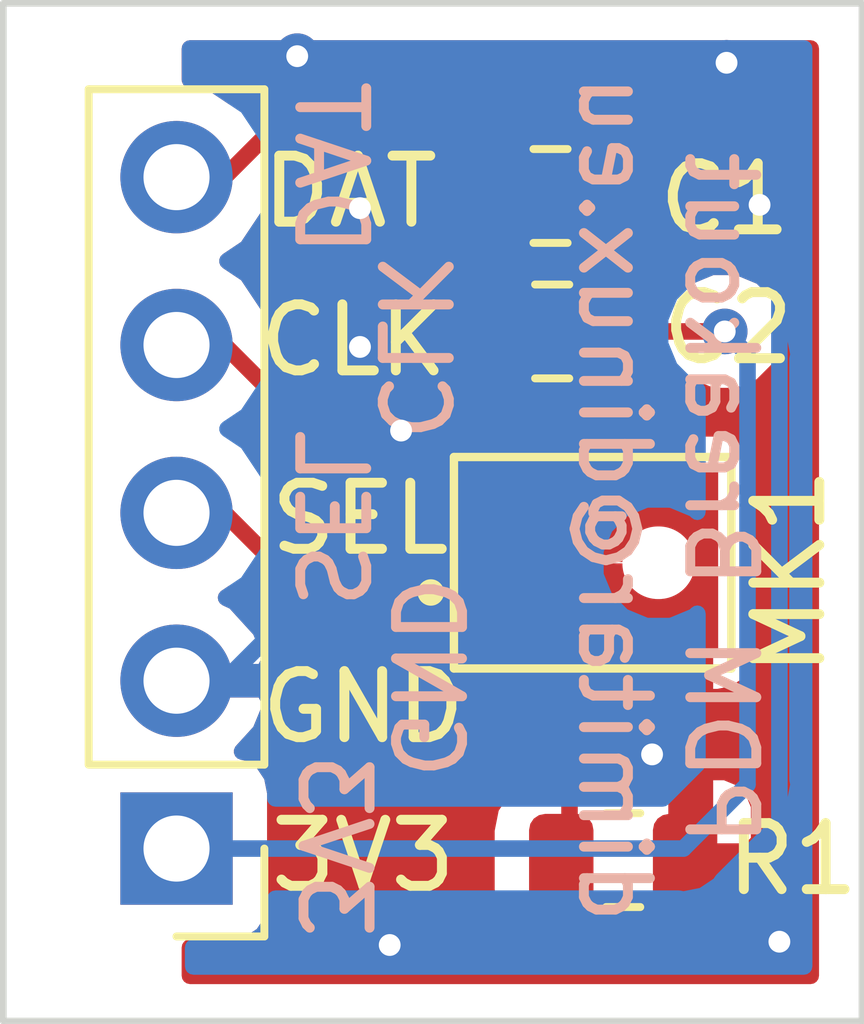
<source format=kicad_pcb>
(kicad_pcb (version 20171130) (host pcbnew 5.0.2+dfsg1-1)

  (general
    (thickness 1.6)
    (drawings 15)
    (tracks 74)
    (zones 0)
    (modules 5)
    (nets 6)
  )

  (page A4)
  (layers
    (0 F.Cu signal hide)
    (31 B.Cu signal hide)
    (32 B.Adhes user)
    (33 F.Adhes user)
    (34 B.Paste user)
    (35 F.Paste user)
    (36 B.SilkS user)
    (37 F.SilkS user)
    (38 B.Mask user)
    (39 F.Mask user)
    (40 Dwgs.User user)
    (41 Cmts.User user)
    (42 Eco1.User user)
    (43 Eco2.User user)
    (44 Edge.Cuts user)
    (45 Margin user)
    (46 B.CrtYd user)
    (47 F.CrtYd user)
    (48 B.Fab user)
    (49 F.Fab user)
  )

  (setup
    (last_trace_width 0.25)
    (trace_clearance 0.2)
    (zone_clearance 0.508)
    (zone_45_only no)
    (trace_min 0.2)
    (segment_width 0.2)
    (edge_width 0.1)
    (via_size 0.69)
    (via_drill 0.33)
    (via_min_size 0.51)
    (via_min_drill 0.3)
    (uvia_size 0.69)
    (uvia_drill 0.33)
    (uvias_allowed no)
    (uvia_min_size 0.2)
    (uvia_min_drill 0.1)
    (pcb_text_width 0.3)
    (pcb_text_size 1.5 1.5)
    (mod_edge_width 0.15)
    (mod_text_size 1 1)
    (mod_text_width 0.15)
    (pad_size 1.7 1.7)
    (pad_drill 1)
    (pad_to_mask_clearance 0)
    (solder_mask_min_width 0.25)
    (aux_axis_origin 0 0)
    (visible_elements FFFFFF7F)
    (pcbplotparams
      (layerselection 0x030ff_ffffffff)
      (usegerberextensions false)
      (usegerberattributes false)
      (usegerberadvancedattributes false)
      (creategerberjobfile false)
      (excludeedgelayer true)
      (linewidth 0.100000)
      (plotframeref false)
      (viasonmask false)
      (mode 1)
      (useauxorigin false)
      (hpglpennumber 1)
      (hpglpenspeed 20)
      (hpglpendiameter 15.000000)
      (psnegative false)
      (psa4output false)
      (plotreference true)
      (plotvalue true)
      (plotinvisibletext false)
      (padsonsilk false)
      (subtractmaskfromsilk false)
      (outputformat 1)
      (mirror false)
      (drillshape 0)
      (scaleselection 1)
      (outputdirectory "gerbers"))
  )

  (net 0 "")
  (net 1 /3V3)
  (net 2 /GND)
  (net 3 /SEL)
  (net 4 /CLK)
  (net 5 /DAT)

  (net_class Default "Това е клас на веригите при отсъствие."
    (clearance 0.2)
    (trace_width 0.25)
    (via_dia 0.69)
    (via_drill 0.33)
    (uvia_dia 0.69)
    (uvia_drill 0.33)
    (add_net /3V3)
    (add_net /CLK)
    (add_net /DAT)
    (add_net /GND)
    (add_net /SEL)
  )

  (module inmp621-footprint:MK_INMP621 (layer F.Cu) (tedit 5E0A1FE7) (tstamp 5E15A32A)
    (at 58.472543 60.965606)
    (path /5E09082C)
    (fp_text reference MK1 (at 2.977457 0.134394 270) (layer F.SilkS)
      (effects (font (size 1 1) (thickness 0.15)))
    )
    (fp_text value INMP621 (at 3.15 -0.3 -90) (layer F.Fab)
      (effects (font (size 1.001724 1.001724) (thickness 0.015)))
    )
    (fp_poly (pts (xy 0 -1.05) (xy 0 1.05) (xy 0 1.4)) (layer F.Cu) (width 0.0001))
    (fp_poly (pts (xy -0.499642 0.25) (xy -0.201 0.25) (xy -0.201 0.648837) (xy -0.499642 0.648837)) (layer F.Paste) (width 0.01))
    (fp_poly (pts (xy -1.2016 -0.65) (xy -0.901 -0.65) (xy -0.901 -0.252545) (xy -1.2016 -0.252545)) (layer F.Paste) (width 0.01))
    (fp_poly (pts (xy -0.501443 -0.65) (xy -0.201 -0.65) (xy -0.201 -0.253233) (xy -0.501443 -0.253233)) (layer F.Paste) (width 0.01))
    (fp_poly (pts (xy -1.20296 0.25) (xy -0.901 0.25) (xy -0.901 0.65014) (xy -1.20296 0.65014)) (layer F.Paste) (width 0.01))
    (fp_poly (pts (xy 1.35476 -1.349) (xy 1.849 -1.349) (xy 1.849 -1.10407) (xy 1.35476 -1.10407)) (layer F.Paste) (width 0.01))
    (fp_poly (pts (xy -1.85268 1.101) (xy -1.6 1.101) (xy -1.6 1.35169) (xy -1.85268 1.35169)) (layer F.Paste) (width 0.01))
    (fp_poly (pts (xy -1.85432 -1.349) (xy -1.6 -1.349) (xy -1.6 -1.10417) (xy -1.85432 -1.10417)) (layer F.Paste) (width 0.01))
    (fp_poly (pts (xy 0.1 -1.349) (xy 0.649 -1.349) (xy 0.649 -1.10636) (xy 0.1 -1.10636)) (layer F.Paste) (width 0.01))
    (fp_poly (pts (xy 0.1 1.101) (xy 0.649 1.101) (xy 0.649 1.35208) (xy 0.1 1.35208)) (layer F.Paste) (width 0.01))
    (fp_poly (pts (xy 1.35441 1.101) (xy 1.849 1.101) (xy 1.849 1.35241) (xy 1.35441 1.35241)) (layer F.Paste) (width 0.01))
    (fp_poly (pts (xy 0.235 -0.181) (xy 0.238141 -0.194634) (xy 0.247358 -0.227869) (xy 0.258015 -0.260671)
      (xy 0.270094 -0.292977) (xy 0.28357 -0.324725) (xy 0.298418 -0.355855) (xy 0.31461 -0.386308)
      (xy 0.332115 -0.416026) (xy 0.3509 -0.444952) (xy 0.370928 -0.47303) (xy 0.392162 -0.500209)
      (xy 0.414561 -0.526435) (xy 0.438083 -0.55166) (xy 0.462683 -0.575834) (xy 0.488314 -0.598913)
      (xy 0.514927 -0.620851) (xy 0.542472 -0.641608) (xy 0.570896 -0.661143) (xy 0.600145 -0.67942)
      (xy 0.630164 -0.696404) (xy 0.660895 -0.712062) (xy 0.692279 -0.726365) (xy 0.724257 -0.739285)
      (xy 0.756769 -0.750798) (xy 0.789752 -0.760882) (xy 0.823143 -0.769518) (xy 0.85688 -0.776689)
      (xy 0.890896 -0.782382) (xy 0.925129 -0.786585) (xy 0.959513 -0.789291) (xy 0.98 -0.79)
      (xy 0.980801 -0.790172) (xy 0.983926 -0.790776) (xy 0.987063 -0.791321) (xy 0.990208 -0.791808)
      (xy 0.993363 -0.792237) (xy 0.996525 -0.792606) (xy 0.999693 -0.792917) (xy 1.002866 -0.793168)
      (xy 1.006044 -0.793361) (xy 1.009224 -0.793494) (xy 1.012407 -0.793568) (xy 1.01559 -0.793583)
      (xy 1.018773 -0.793539) (xy 1.021954 -0.793435) (xy 1.025134 -0.793272) (xy 1.028309 -0.79305)
      (xy 1.03148 -0.792769) (xy 1.034645 -0.792429) (xy 1.037803 -0.79203) (xy 1.040954 -0.791572)
      (xy 1.044095 -0.791056) (xy 1.047226 -0.790481) (xy 1.050346 -0.789848) (xy 1.053453 -0.789158)
      (xy 1.056547 -0.788409) (xy 1.059627 -0.787603) (xy 1.062691 -0.78674) (xy 1.065738 -0.78582)
      (xy 1.068768 -0.784843) (xy 1.071779 -0.78381) (xy 1.074 -0.783) (xy 1.026 -0.586)
      (xy 1.025707 -0.586095) (xy 1.024859 -0.586349) (xy 1.024005 -0.586583) (xy 1.023146 -0.586798)
      (xy 1.022283 -0.586992) (xy 1.021415 -0.587166) (xy 1.020543 -0.587319) (xy 1.019668 -0.587453)
      (xy 1.01879 -0.587566) (xy 1.01791 -0.587658) (xy 1.017027 -0.58773) (xy 1.016144 -0.587782)
      (xy 1.015259 -0.587813) (xy 1.014374 -0.587823) (xy 1.013489 -0.587813) (xy 1.012604 -0.587782)
      (xy 1.01172 -0.58773) (xy 1.010838 -0.587658) (xy 1.009958 -0.587566) (xy 1.00908 -0.587453)
      (xy 1.008204 -0.587319) (xy 1.007333 -0.587166) (xy 1.006465 -0.586992) (xy 1.005601 -0.586798)
      (xy 1.004742 -0.586583) (xy 1.003888 -0.586349) (xy 1.00304 -0.586095) (xy 1.002199 -0.585822)
      (xy 1.001363 -0.585529) (xy 1.000535 -0.585216) (xy 1 -0.585) (xy 0.983293 -0.585309)
      (xy 0.958696 -0.584665) (xy 0.93415 -0.582949) (xy 0.909703 -0.580163) (xy 0.885401 -0.576314)
      (xy 0.861289 -0.571409) (xy 0.837415 -0.565456) (xy 0.813822 -0.558468) (xy 0.790557 -0.550457)
      (xy 0.767664 -0.54144) (xy 0.745186 -0.531432) (xy 0.723166 -0.520453) (xy 0.701645 -0.508524)
      (xy 0.680666 -0.495668) (xy 0.660267 -0.481909) (xy 0.640487 -0.467273) (xy 0.621365 -0.451788)
      (xy 0.602937 -0.435484) (xy 0.585237 -0.418392) (xy 0.5683 -0.400544) (xy 0.552157 -0.381974)
      (xy 0.53684 -0.362718) (xy 0.522377 -0.342812) (xy 0.508797 -0.322293) (xy 0.496124 -0.301203)
      (xy 0.484383 -0.279579) (xy 0.473597 -0.257464) (xy 0.463785 -0.234899) (xy 0.454967 -0.211928)
      (xy 0.44716 -0.188594) (xy 0.445 -0.181) (xy 0.235 -0.181)) (layer F.Paste) (width 0.0001))
    (fp_poly (pts (xy 0.235 0.181) (xy 0.238141 0.194634) (xy 0.247358 0.227869) (xy 0.258015 0.260671)
      (xy 0.270094 0.292977) (xy 0.28357 0.324725) (xy 0.298418 0.355855) (xy 0.31461 0.386308)
      (xy 0.332115 0.416026) (xy 0.3509 0.444952) (xy 0.370928 0.47303) (xy 0.392162 0.500209)
      (xy 0.414561 0.526435) (xy 0.438083 0.55166) (xy 0.462683 0.575834) (xy 0.488314 0.598913)
      (xy 0.514927 0.620851) (xy 0.542472 0.641608) (xy 0.570896 0.661143) (xy 0.600145 0.67942)
      (xy 0.630164 0.696404) (xy 0.660895 0.712062) (xy 0.692279 0.726365) (xy 0.724257 0.739285)
      (xy 0.756769 0.750798) (xy 0.789752 0.760882) (xy 0.823143 0.769518) (xy 0.85688 0.776689)
      (xy 0.890896 0.782382) (xy 0.925129 0.786585) (xy 0.959513 0.789291) (xy 0.98 0.79)
      (xy 0.980311 0.790113) (xy 0.981271 0.790443) (xy 0.982238 0.790754) (xy 0.98321 0.791048)
      (xy 0.984187 0.791323) (xy 0.985169 0.79158) (xy 0.986156 0.791819) (xy 0.987147 0.792039)
      (xy 0.988143 0.792241) (xy 0.989141 0.792425) (xy 0.990143 0.792589) (xy 0.991148 0.792735)
      (xy 0.992155 0.792862) (xy 0.993165 0.792971) (xy 0.994176 0.793061) (xy 0.995189 0.793131)
      (xy 0.996203 0.793183) (xy 0.997218 0.793217) (xy 0.998234 0.793231) (xy 0.999249 0.793226)
      (xy 1.000264 0.793202) (xy 1.001279 0.79316) (xy 1.002292 0.793098) (xy 1.003304 0.793018)
      (xy 1.004315 0.792919) (xy 1.005323 0.792801) (xy 1.00633 0.792665) (xy 1.007333 0.792509)
      (xy 1.008333 0.792335) (xy 1.00933 0.792143) (xy 1.01 0.792) (xy 1 0.586)
      (xy 0.999994 0.585984) (xy 0.999983 0.585952) (xy 0.999973 0.585919) (xy 0.999964 0.585887)
      (xy 0.999955 0.585854) (xy 0.999947 0.585821) (xy 0.99994 0.585787) (xy 0.999934 0.585754)
      (xy 0.999928 0.58572) (xy 0.999924 0.585687) (xy 0.99992 0.585653) (xy 0.999917 0.585619)
      (xy 0.999914 0.585585) (xy 0.999913 0.585551) (xy 0.999912 0.585517) (xy 0.999912 0.585483)
      (xy 0.999913 0.585449) (xy 0.999914 0.585415) (xy 0.999917 0.585381) (xy 0.99992 0.585347)
      (xy 0.999924 0.585313) (xy 0.999928 0.58528) (xy 0.999934 0.585246) (xy 0.99994 0.585213)
      (xy 0.999947 0.585179) (xy 0.999955 0.585146) (xy 0.999964 0.585113) (xy 0.999973 0.585081)
      (xy 0.999983 0.585048) (xy 0.999994 0.585016) (xy 1 0.585) (xy 0.983293 0.585309)
      (xy 0.958696 0.584665) (xy 0.93415 0.582949) (xy 0.909703 0.580163) (xy 0.885401 0.576314)
      (xy 0.861289 0.571409) (xy 0.837415 0.565456) (xy 0.813822 0.558468) (xy 0.790557 0.550457)
      (xy 0.767664 0.54144) (xy 0.745186 0.531432) (xy 0.723166 0.520453) (xy 0.701645 0.508524)
      (xy 0.680666 0.495668) (xy 0.660267 0.481909) (xy 0.640487 0.467273) (xy 0.621365 0.451788)
      (xy 0.602937 0.435484) (xy 0.585237 0.418392) (xy 0.5683 0.400544) (xy 0.552157 0.381974)
      (xy 0.53684 0.362718) (xy 0.522377 0.342812) (xy 0.508797 0.322293) (xy 0.496124 0.301203)
      (xy 0.484383 0.279579) (xy 0.473597 0.257464) (xy 0.463785 0.234899) (xy 0.454967 0.211928)
      (xy 0.44716 0.188594) (xy 0.445 0.181) (xy 0.235 0.181)) (layer F.Paste) (width 0.0001))
    (fp_poly (pts (xy -1.85629 -0.749) (xy -1.601 -0.749) (xy -1.601 0.75195) (xy -1.85629 0.75195)) (layer F.Paste) (width 0.01))
    (fp_poly (pts (xy -2.00656 -1.5) (xy -1.45 -1.5) (xy -1.45 1.50492) (xy -2.00656 1.50492)) (layer F.Mask) (width 0.01))
    (fp_poly (pts (xy 0 0.95) (xy 2 0.95) (xy 2 1.50594) (xy 0 1.50594)) (layer F.Mask) (width 0.01))
    (fp_poly (pts (xy 0 -1.5) (xy 2 -1.5) (xy 2 -0.953624) (xy 0 -0.953624)) (layer F.Mask) (width 0.01))
    (fp_poly (pts (xy 0.100383 -0.95) (xy 2 -0.95) (xy 2 0.953633) (xy 0.100383 0.953633)) (layer F.Mask) (width 0.01))
    (fp_line (start -2 -1.5) (end 2 -1.5) (layer F.Fab) (width 0.127))
    (fp_line (start 2 -1.5) (end 2 1.5) (layer F.Fab) (width 0.127))
    (fp_line (start 2 1.5) (end -2 1.5) (layer F.Fab) (width 0.127))
    (fp_line (start -2 1.5) (end -2 -1.5) (layer F.Fab) (width 0.127))
    (fp_circle (center -2.45 0.45) (end -2.35 0.45) (layer F.SilkS) (width 0.2))
    (fp_line (start -2.1 -1.6) (end 2.1 -1.6) (layer F.SilkS) (width 0.127))
    (fp_line (start 2.1 -1.6) (end 2.1 1.6) (layer F.SilkS) (width 0.127))
    (fp_line (start 2.1 1.6) (end -2.1 1.6) (layer F.SilkS) (width 0.127))
    (fp_line (start -2.1 1.6) (end -2.1 -1.6) (layer F.SilkS) (width 0.127))
    (fp_line (start -2.25 -1.75) (end 2.25 -1.75) (layer F.CrtYd) (width 0.05))
    (fp_line (start 2.25 -1.75) (end 2.25 1.75) (layer F.CrtYd) (width 0.05))
    (fp_line (start 2.25 1.75) (end -2.25 1.75) (layer F.CrtYd) (width 0.05))
    (fp_line (start -2.25 1.75) (end -2.25 -1.75) (layer F.CrtYd) (width 0.05))
    (fp_poly (pts (xy 1.849 -0.749) (xy 1.849 0.749) (xy 1.474 0.749) (xy 1.345 0.472)
      (xy 1.356976 0.463315) (xy 1.38571 0.439488) (xy 1.412862 0.413872) (xy 1.43832 0.386573)
      (xy 1.461979 0.357701) (xy 1.483744 0.327375) (xy 1.503525 0.29572) (xy 1.521241 0.262864)
      (xy 1.53682 0.228943) (xy 1.550198 0.194094) (xy 1.561319 0.158462) (xy 1.570139 0.122191)
      (xy 1.576621 0.085431) (xy 1.580739 0.048331) (xy 1.582476 0.011043) (xy 1.581825 -0.026279)
      (xy 1.578789 -0.063483) (xy 1.573379 -0.100416) (xy 1.565619 -0.136928) (xy 1.555539 -0.172869)
      (xy 1.543182 -0.208092) (xy 1.528597 -0.242453) (xy 1.511845 -0.27581) (xy 1.492993 -0.308028)
      (xy 1.47212 -0.338975) (xy 1.449311 -0.368523) (xy 1.424659 -0.396552) (xy 1.398264 -0.422947)
      (xy 1.370236 -0.4476) (xy 1.340688 -0.47041) (xy 1.322 -0.483) (xy 1.323 -0.484)
      (xy 1.474 -0.749) (xy 1.849 -0.749)) (layer F.Paste) (width 0.001))
    (fp_poly (pts (xy 0.15 -0.01) (xy 0.15 -0.031991) (xy 0.152302 -0.075923) (xy 0.1569 -0.119675)
      (xy 0.163782 -0.163125) (xy 0.172928 -0.206156) (xy 0.184314 -0.24865) (xy 0.197908 -0.290489)
      (xy 0.213673 -0.33156) (xy 0.231566 -0.371749) (xy 0.251538 -0.410946) (xy 0.273534 -0.449045)
      (xy 0.297494 -0.48594) (xy 0.323352 -0.521531) (xy 0.351037 -0.555719) (xy 0.380473 -0.588412)
      (xy 0.41158 -0.61952) (xy 0.444273 -0.648957) (xy 0.478461 -0.676642) (xy 0.514052 -0.7025)
      (xy 0.550947 -0.726461) (xy 0.589045 -0.748457) (xy 0.628242 -0.768429) (xy 0.668431 -0.786323)
      (xy 0.709501 -0.802088) (xy 0.751341 -0.815683) (xy 0.793834 -0.827069) (xy 0.836865 -0.836216)
      (xy 0.880315 -0.843098) (xy 0.924067 -0.847697) (xy 0.967999 -0.85) (xy 0.99 -0.85)
      (xy 1 -0.85) (xy 1.012057 -0.850013) (xy 1.026694 -0.849758) (xy 1.041324 -0.849247)
      (xy 1.055943 -0.848481) (xy 1.070547 -0.84746) (xy 1.08513 -0.846184) (xy 1.099689 -0.844654)
      (xy 1.114219 -0.842869) (xy 1.128716 -0.840832) (xy 1.143175 -0.838542) (xy 1.157592 -0.836)
      (xy 1.171962 -0.833207) (xy 1.186281 -0.830163) (xy 1.200545 -0.82687) (xy 1.21475 -0.823328)
      (xy 1.22889 -0.819539) (xy 1.242962 -0.815504) (xy 1.256962 -0.811224) (xy 1.270885 -0.8067)
      (xy 1.284726 -0.801934) (xy 1.298483 -0.796928) (xy 1.312149 -0.791681) (xy 1.325723 -0.786197)
      (xy 1.339198 -0.780477) (xy 1.352572 -0.774523) (xy 1.365839 -0.768336) (xy 1.378997 -0.761919)
      (xy 1.392041 -0.755273) (xy 1.404966 -0.7484) (xy 1.41777 -0.741303) (xy 1.42 -0.74)
      (xy 1.45 -0.74) (xy 1.45325 -0.740169) (xy 1.458725 -0.740745) (xy 1.464162 -0.741606)
      (xy 1.469547 -0.74275) (xy 1.474865 -0.744175) (xy 1.480101 -0.745876) (xy 1.48524 -0.747849)
      (xy 1.49027 -0.750088) (xy 1.495175 -0.752588) (xy 1.499943 -0.75534) (xy 1.50456 -0.758339)
      (xy 1.509014 -0.761575) (xy 1.513292 -0.765039) (xy 1.517383 -0.768723) (xy 1.521276 -0.772616)
      (xy 1.52496 -0.776707) (xy 1.528425 -0.780985) (xy 1.531661 -0.785439) (xy 1.534659 -0.790056)
      (xy 1.537412 -0.794824) (xy 1.539911 -0.799729) (xy 1.54215 -0.804758) (xy 1.544123 -0.809898)
      (xy 1.545825 -0.815134) (xy 1.547249 -0.820451) (xy 1.548394 -0.825836) (xy 1.549255 -0.831274)
      (xy 1.549831 -0.836749) (xy 1.550119 -0.842247) (xy 1.550119 -0.847752) (xy 1.55 -0.85)
      (xy 1.55 -1.05) (xy 0 -1.05) (xy 0 -1.1) (xy 0 -1.2)
      (xy 0 -1.4) (xy 1.9 -1.4) (xy 1.9 1.4) (xy 0 1.4)
      (xy 0 1.2) (xy 0 1.05) (xy 1.55 1.05) (xy 1.55 0.85)
      (xy 1.550119 0.847753) (xy 1.550119 0.842248) (xy 1.549831 0.83675) (xy 1.549255 0.831275)
      (xy 1.548394 0.825838) (xy 1.54725 0.820453) (xy 1.545825 0.815135) (xy 1.544124 0.809899)
      (xy 1.542151 0.80476) (xy 1.539912 0.79973) (xy 1.537412 0.794825) (xy 1.53466 0.790057)
      (xy 1.531661 0.78544) (xy 1.528425 0.780986) (xy 1.524961 0.776708) (xy 1.521277 0.772617)
      (xy 1.517384 0.768724) (xy 1.513293 0.76504) (xy 1.509015 0.761575) (xy 1.504561 0.758339)
      (xy 1.499944 0.755341) (xy 1.495176 0.752588) (xy 1.490271 0.750089) (xy 1.485242 0.74785)
      (xy 1.480102 0.745877) (xy 1.474866 0.744175) (xy 1.469549 0.742751) (xy 1.464164 0.741606)
      (xy 1.458726 0.740745) (xy 1.453251 0.740169) (xy 1.45 0.74) (xy 1.42 0.74)
      (xy 1.41777 0.741303) (xy 1.404967 0.7484) (xy 1.392041 0.755273) (xy 1.378997 0.761919)
      (xy 1.36584 0.768336) (xy 1.352572 0.774523) (xy 1.339199 0.780477) (xy 1.325723 0.786197)
      (xy 1.31215 0.791681) (xy 1.298483 0.796927) (xy 1.284727 0.801934) (xy 1.270885 0.8067)
      (xy 1.256962 0.811224) (xy 1.242963 0.815504) (xy 1.228891 0.819539) (xy 1.21475 0.823328)
      (xy 1.200546 0.82687) (xy 1.186282 0.830163) (xy 1.171962 0.833207) (xy 1.157592 0.836)
      (xy 1.143175 0.838542) (xy 1.128716 0.840832) (xy 1.11422 0.842869) (xy 1.09969 0.844654)
      (xy 1.085131 0.846184) (xy 1.070547 0.84746) (xy 1.055943 0.848481) (xy 1.041324 0.849247)
      (xy 1.026694 0.849758) (xy 1.012057 0.850013) (xy 1 0.85) (xy 0.99 0.85)
      (xy 0.968009 0.85) (xy 0.924077 0.847698) (xy 0.880325 0.8431) (xy 0.836875 0.836218)
      (xy 0.793844 0.827072) (xy 0.75135 0.815686) (xy 0.709511 0.802092) (xy 0.66844 0.786327)
      (xy 0.628251 0.768434) (xy 0.589054 0.748462) (xy 0.550955 0.726466) (xy 0.51406 0.702506)
      (xy 0.478469 0.676648) (xy 0.444281 0.648963) (xy 0.411588 0.619527) (xy 0.38048 0.58842)
      (xy 0.351043 0.555727) (xy 0.323358 0.521539) (xy 0.2975 0.485948) (xy 0.273539 0.449053)
      (xy 0.251543 0.410955) (xy 0.231571 0.371758) (xy 0.213677 0.331569) (xy 0.197912 0.290499)
      (xy 0.184317 0.248659) (xy 0.172931 0.206166) (xy 0.163784 0.163135) (xy 0.156902 0.119685)
      (xy 0.152303 0.075933) (xy 0.15 0.032001) (xy 0.15 0.01) (xy 0.45 0.01)
      (xy 0.45 0.024137) (xy 0.45148 0.052379) (xy 0.454436 0.080505) (xy 0.45886 0.108438)
      (xy 0.46474 0.136101) (xy 0.472059 0.163418) (xy 0.480798 0.190314) (xy 0.490933 0.216717)
      (xy 0.502436 0.242553) (xy 0.515275 0.267751) (xy 0.529415 0.292243) (xy 0.544818 0.315962)
      (xy 0.56144 0.338841) (xy 0.579238 0.36082) (xy 0.598161 0.381836) (xy 0.618159 0.401834)
      (xy 0.639175 0.420758) (xy 0.661154 0.438556) (xy 0.684033 0.455179) (xy 0.707751 0.470582)
      (xy 0.732243 0.484722) (xy 0.757441 0.497562) (xy 0.783277 0.509065) (xy 0.809679 0.5192)
      (xy 0.836576 0.527939) (xy 0.863893 0.535259) (xy 0.891556 0.541139) (xy 0.919489 0.545563)
      (xy 0.947614 0.54852) (xy 0.975856 0.55) (xy 0.99 0.55) (xy 1 0.55)
      (xy 1.014399 0.55) (xy 1.043164 0.548493) (xy 1.071811 0.545482) (xy 1.100261 0.540976)
      (xy 1.128436 0.534987) (xy 1.156259 0.527532) (xy 1.183654 0.518632) (xy 1.210545 0.508309)
      (xy 1.236859 0.496593) (xy 1.262524 0.483517) (xy 1.28747 0.469114) (xy 1.311627 0.453427)
      (xy 1.334931 0.436496) (xy 1.357316 0.418369) (xy 1.378722 0.399095) (xy 1.39909 0.378727)
      (xy 1.418364 0.357321) (xy 1.436492 0.334936) (xy 1.453423 0.311633) (xy 1.469111 0.287475)
      (xy 1.483513 0.26253) (xy 1.496591 0.236865) (xy 1.508307 0.210551) (xy 1.518629 0.18366)
      (xy 1.527531 0.156265) (xy 1.534986 0.128442) (xy 1.540975 0.100267) (xy 1.545481 0.071817)
      (xy 1.548492 0.043171) (xy 1.55 0.014406) (xy 1.55 0) (xy 1.55 -0.014399)
      (xy 1.548493 -0.043164) (xy 1.545482 -0.071811) (xy 1.540976 -0.100261) (xy 1.534987 -0.128436)
      (xy 1.527532 -0.156259) (xy 1.518632 -0.183654) (xy 1.508309 -0.210545) (xy 1.496593 -0.236859)
      (xy 1.483517 -0.262524) (xy 1.469114 -0.28747) (xy 1.453427 -0.311627) (xy 1.436496 -0.334931)
      (xy 1.418369 -0.357316) (xy 1.399095 -0.378722) (xy 1.378727 -0.39909) (xy 1.357321 -0.418364)
      (xy 1.334936 -0.436492) (xy 1.311633 -0.453423) (xy 1.287475 -0.469111) (xy 1.26253 -0.483513)
      (xy 1.236865 -0.496591) (xy 1.210551 -0.508307) (xy 1.18366 -0.518629) (xy 1.156265 -0.527531)
      (xy 1.128442 -0.534986) (xy 1.100267 -0.540975) (xy 1.071817 -0.545481) (xy 1.043171 -0.548492)
      (xy 1.014406 -0.55) (xy 1 -0.55) (xy 0.99 -0.55) (xy 0.975863 -0.55)
      (xy 0.947621 -0.54852) (xy 0.919495 -0.545564) (xy 0.891562 -0.54114) (xy 0.863899 -0.53526)
      (xy 0.836582 -0.527941) (xy 0.809686 -0.519202) (xy 0.783283 -0.509067) (xy 0.757447 -0.497564)
      (xy 0.732249 -0.484725) (xy 0.707757 -0.470585) (xy 0.684038 -0.455182) (xy 0.661159 -0.43856)
      (xy 0.63918 -0.420762) (xy 0.618164 -0.401839) (xy 0.598166 -0.381841) (xy 0.579242 -0.360825)
      (xy 0.561444 -0.338846) (xy 0.544821 -0.315967) (xy 0.529418 -0.292249) (xy 0.515278 -0.267757)
      (xy 0.502438 -0.242559) (xy 0.490935 -0.216723) (xy 0.4808 -0.190321) (xy 0.472061 -0.163424)
      (xy 0.464741 -0.136107) (xy 0.458861 -0.108444) (xy 0.454437 -0.080511) (xy 0.45148 -0.052386)
      (xy 0.45 -0.024144) (xy 0.45 -0.01) (xy 0.15 -0.01)) (layer F.Cu) (width 0.001))
    (pad 6 smd rect (at -1.74 0) (size 0.35 2.8) (layers F.Cu F.Paste F.Mask)
      (net 2 /GND))
    (pad 4 smd rect (at -0.35 -0.45) (size 0.4 0.6) (layers F.Cu F.Mask)
      (net 1 /3V3))
    (pad 2 smd rect (at -0.35 0.45) (size 0.4 0.6) (layers F.Cu F.Mask)
      (net 3 /SEL))
    (pad 5 smd rect (at -1.05 -0.45) (size 0.4 0.6) (layers F.Cu F.Mask)
      (net 5 /DAT))
    (pad 1 smd rect (at -1.05 0.45) (size 0.4 0.6) (layers F.Cu F.Mask)
      (net 4 /CLK))
    (pad 3 smd rect (at 1.7 0) (size 0.2 0.2) (layers F.Cu)
      (net 2 /GND))
    (pad None np_thru_hole circle (at 1 0) (size 0.65 0.65) (drill 0.65) (layers *.Cu *.Mask))
    (model ${KIPRJMOD}/INMP621--3DModel-STEP-56544.STEP
      (at (xyz 0 0 0))
      (scale (xyz 1 1 1))
      (rotate (xyz -90 0 0))
    )
  )

  (module Capacitor_SMD:C_0805_2012Metric (layer F.Cu) (tedit 5B36C52B) (tstamp 5E0A1BDD)
    (at 57.835043 55.415606 180)
    (descr "Capacitor SMD 0805 (2012 Metric), square (rectangular) end terminal, IPC_7351 nominal, (Body size source: https://docs.google.com/spreadsheets/d/1BsfQQcO9C6DZCsRaXUlFlo91Tg2WpOkGARC1WS5S8t0/edit?usp=sharing), generated with kicad-footprint-generator")
    (tags capacitor)
    (path /5E07B3DD)
    (attr smd)
    (fp_text reference C1 (at -2.6375 -0.05 180) (layer F.SilkS)
      (effects (font (size 1 1) (thickness 0.15)))
    )
    (fp_text value 1u (at -0.7875 1.75 180) (layer F.Fab) hide
      (effects (font (size 1 1) (thickness 0.15)))
    )
    (fp_text user %R (at 0 0 180) (layer F.Fab)
      (effects (font (size 0.5 0.5) (thickness 0.08)))
    )
    (fp_line (start 1.68 0.95) (end -1.68 0.95) (layer F.CrtYd) (width 0.05))
    (fp_line (start 1.68 -0.95) (end 1.68 0.95) (layer F.CrtYd) (width 0.05))
    (fp_line (start -1.68 -0.95) (end 1.68 -0.95) (layer F.CrtYd) (width 0.05))
    (fp_line (start -1.68 0.95) (end -1.68 -0.95) (layer F.CrtYd) (width 0.05))
    (fp_line (start -0.258578 0.71) (end 0.258578 0.71) (layer F.SilkS) (width 0.12))
    (fp_line (start -0.258578 -0.71) (end 0.258578 -0.71) (layer F.SilkS) (width 0.12))
    (fp_line (start 1 0.6) (end -1 0.6) (layer F.Fab) (width 0.1))
    (fp_line (start 1 -0.6) (end 1 0.6) (layer F.Fab) (width 0.1))
    (fp_line (start -1 -0.6) (end 1 -0.6) (layer F.Fab) (width 0.1))
    (fp_line (start -1 0.6) (end -1 -0.6) (layer F.Fab) (width 0.1))
    (pad 2 smd roundrect (at 0.9375 0 180) (size 0.975 1.4) (layers F.Cu F.Paste F.Mask) (roundrect_rratio 0.25)
      (net 2 /GND))
    (pad 1 smd roundrect (at -0.9375 0 180) (size 0.975 1.4) (layers F.Cu F.Paste F.Mask) (roundrect_rratio 0.25)
      (net 1 /3V3))
    (model ${KISYS3DMOD}/Capacitor_SMD.3dshapes/C_0805_2012Metric.wrl
      (at (xyz 0 0 0))
      (scale (xyz 1 1 1))
      (rotate (xyz 0 0 0))
    )
  )

  (module Capacitor_SMD:C_0805_2012Metric (layer F.Cu) (tedit 5B36C52B) (tstamp 5E0A1B8C)
    (at 57.860043 57.465606 180)
    (descr "Capacitor SMD 0805 (2012 Metric), square (rectangular) end terminal, IPC_7351 nominal, (Body size source: https://docs.google.com/spreadsheets/d/1BsfQQcO9C6DZCsRaXUlFlo91Tg2WpOkGARC1WS5S8t0/edit?usp=sharing), generated with kicad-footprint-generator")
    (tags capacitor)
    (path /5E07B443)
    (attr smd)
    (fp_text reference C2 (at -2.6625 0.05 180) (layer F.SilkS)
      (effects (font (size 1 1) (thickness 0.15)))
    )
    (fp_text value 100n (at 0 1.65 180) (layer F.Fab) hide
      (effects (font (size 1 1) (thickness 0.15)))
    )
    (fp_text user %R (at 0 0 180) (layer F.Fab)
      (effects (font (size 0.5 0.5) (thickness 0.08)))
    )
    (fp_line (start 1.68 0.95) (end -1.68 0.95) (layer F.CrtYd) (width 0.05))
    (fp_line (start 1.68 -0.95) (end 1.68 0.95) (layer F.CrtYd) (width 0.05))
    (fp_line (start -1.68 -0.95) (end 1.68 -0.95) (layer F.CrtYd) (width 0.05))
    (fp_line (start -1.68 0.95) (end -1.68 -0.95) (layer F.CrtYd) (width 0.05))
    (fp_line (start -0.258578 0.71) (end 0.258578 0.71) (layer F.SilkS) (width 0.12))
    (fp_line (start -0.258578 -0.71) (end 0.258578 -0.71) (layer F.SilkS) (width 0.12))
    (fp_line (start 1 0.6) (end -1 0.6) (layer F.Fab) (width 0.1))
    (fp_line (start 1 -0.6) (end 1 0.6) (layer F.Fab) (width 0.1))
    (fp_line (start -1 -0.6) (end 1 -0.6) (layer F.Fab) (width 0.1))
    (fp_line (start -1 0.6) (end -1 -0.6) (layer F.Fab) (width 0.1))
    (pad 2 smd roundrect (at 0.9375 0 180) (size 0.975 1.4) (layers F.Cu F.Paste F.Mask) (roundrect_rratio 0.25)
      (net 2 /GND))
    (pad 1 smd roundrect (at -0.9375 0 180) (size 0.975 1.4) (layers F.Cu F.Paste F.Mask) (roundrect_rratio 0.25)
      (net 1 /3V3))
    (model ${KISYS3DMOD}/Capacitor_SMD.3dshapes/C_0805_2012Metric.wrl
      (at (xyz 0 0 0))
      (scale (xyz 1 1 1))
      (rotate (xyz 0 0 0))
    )
  )

  (module Connector_PinHeader_2.54mm:PinHeader_1x05_P2.54mm_Vertical (layer F.Cu) (tedit 59FED5CC) (tstamp 5E0A1861)
    (at 52.172543 65.290605 180)
    (descr "Through hole straight pin header, 1x05, 2.54mm pitch, single row")
    (tags "Through hole pin header THT 1x05 2.54mm single row")
    (path /5E07B4D3)
    (fp_text reference J1 (at 0 -2.33 180) (layer F.SilkS) hide
      (effects (font (size 1 1) (thickness 0.15)))
    )
    (fp_text value Conn_01x05 (at 0 12.49 180) (layer F.Fab) hide
      (effects (font (size 1 1) (thickness 0.15)))
    )
    (fp_text user %R (at 0 5.08 270) (layer F.Fab)
      (effects (font (size 1 1) (thickness 0.15)))
    )
    (fp_line (start 1.8 -1.8) (end -1.8 -1.8) (layer F.CrtYd) (width 0.05))
    (fp_line (start 1.8 11.95) (end 1.8 -1.8) (layer F.CrtYd) (width 0.05))
    (fp_line (start -1.8 11.95) (end 1.8 11.95) (layer F.CrtYd) (width 0.05))
    (fp_line (start -1.8 -1.8) (end -1.8 11.95) (layer F.CrtYd) (width 0.05))
    (fp_line (start -1.33 -1.33) (end 0 -1.33) (layer F.SilkS) (width 0.12))
    (fp_line (start -1.33 0) (end -1.33 -1.33) (layer F.SilkS) (width 0.12))
    (fp_line (start -1.33 1.27) (end 1.33 1.27) (layer F.SilkS) (width 0.12))
    (fp_line (start 1.33 1.27) (end 1.33 11.49) (layer F.SilkS) (width 0.12))
    (fp_line (start -1.33 1.27) (end -1.33 11.49) (layer F.SilkS) (width 0.12))
    (fp_line (start -1.33 11.49) (end 1.33 11.49) (layer F.SilkS) (width 0.12))
    (fp_line (start -1.27 -0.635) (end -0.635 -1.27) (layer F.Fab) (width 0.1))
    (fp_line (start -1.27 11.43) (end -1.27 -0.635) (layer F.Fab) (width 0.1))
    (fp_line (start 1.27 11.43) (end -1.27 11.43) (layer F.Fab) (width 0.1))
    (fp_line (start 1.27 -1.27) (end 1.27 11.43) (layer F.Fab) (width 0.1))
    (fp_line (start -0.635 -1.27) (end 1.27 -1.27) (layer F.Fab) (width 0.1))
    (pad 5 thru_hole oval (at 0 10.16 180) (size 1.7 1.7) (drill 1) (layers *.Cu *.Mask)
      (net 5 /DAT))
    (pad 4 thru_hole oval (at 0 7.62 180) (size 1.7 1.7) (drill 1) (layers *.Cu *.Mask)
      (net 4 /CLK))
    (pad 3 thru_hole oval (at 0 5.08 180) (size 1.7 1.7) (drill 1) (layers *.Cu *.Mask)
      (net 3 /SEL))
    (pad 2 thru_hole oval (at 0 2.54 180) (size 1.7 1.7) (drill 1) (layers *.Cu *.Mask)
      (net 2 /GND))
    (pad 1 thru_hole rect (at 0 0 180) (size 1.7 1.7) (drill 1) (layers *.Cu *.Mask)
      (net 1 /3V3))
    (model ${KISYS3DMOD}/Connector_PinHeader_2.54mm.3dshapes/PinHeader_1x05_P2.54mm_Vertical.wrl
      (at (xyz 0 0 0))
      (scale (xyz 1 1 1))
      (rotate (xyz 0 0 0))
    )
  )

  (module Resistor_SMD:R_0805_2012Metric (layer F.Cu) (tedit 5B36C52B) (tstamp 5E0A1A7C)
    (at 58.935043 65.465606)
    (descr "Resistor SMD 0805 (2012 Metric), square (rectangular) end terminal, IPC_7351 nominal, (Body size source: https://docs.google.com/spreadsheets/d/1BsfQQcO9C6DZCsRaXUlFlo91Tg2WpOkGARC1WS5S8t0/edit?usp=sharing), generated with kicad-footprint-generator")
    (tags resistor)
    (path /5E07B5D2)
    (attr smd)
    (fp_text reference R1 (at 2.564957 -0.015606) (layer F.SilkS)
      (effects (font (size 1 1) (thickness 0.15)))
    )
    (fp_text value NC (at 0 1.65) (layer F.Fab) hide
      (effects (font (size 1 1) (thickness 0.15)))
    )
    (fp_text user %R (at 0 0) (layer F.Fab)
      (effects (font (size 0.5 0.5) (thickness 0.08)))
    )
    (fp_line (start 1.68 0.95) (end -1.68 0.95) (layer F.CrtYd) (width 0.05))
    (fp_line (start 1.68 -0.95) (end 1.68 0.95) (layer F.CrtYd) (width 0.05))
    (fp_line (start -1.68 -0.95) (end 1.68 -0.95) (layer F.CrtYd) (width 0.05))
    (fp_line (start -1.68 0.95) (end -1.68 -0.95) (layer F.CrtYd) (width 0.05))
    (fp_line (start -0.258578 0.71) (end 0.258578 0.71) (layer F.SilkS) (width 0.12))
    (fp_line (start -0.258578 -0.71) (end 0.258578 -0.71) (layer F.SilkS) (width 0.12))
    (fp_line (start 1 0.6) (end -1 0.6) (layer F.Fab) (width 0.1))
    (fp_line (start 1 -0.6) (end 1 0.6) (layer F.Fab) (width 0.1))
    (fp_line (start -1 -0.6) (end 1 -0.6) (layer F.Fab) (width 0.1))
    (fp_line (start -1 0.6) (end -1 -0.6) (layer F.Fab) (width 0.1))
    (pad 2 smd roundrect (at 0.9375 0) (size 0.975 1.4) (layers F.Cu F.Paste F.Mask) (roundrect_rratio 0.25)
      (net 2 /GND))
    (pad 1 smd roundrect (at -0.9375 0) (size 0.975 1.4) (layers F.Cu F.Paste F.Mask) (roundrect_rratio 0.25)
      (net 3 /SEL))
    (model ${KISYS3DMOD}/Resistor_SMD.3dshapes/R_0805_2012Metric.wrl
      (at (xyz 0 0 0))
      (scale (xyz 1 1 1))
      (rotate (xyz 0 0 0))
    )
  )

  (gr_text "PDM Breakout\ndimitar@dinux.eu" (at 59.6 60 270) (layer B.SilkS)
    (effects (font (size 1 1) (thickness 0.15)) (justify mirror))
  )
  (gr_text 3V3 (at 54.55 65.25 270) (layer B.SilkS) (tstamp 5E0A26D6)
    (effects (font (size 1 1) (thickness 0.15)) (justify mirror))
  )
  (gr_text GND (at 55.95 62.7 270) (layer B.SilkS) (tstamp 5E0A26D6)
    (effects (font (size 1 1) (thickness 0.15)) (justify mirror))
  )
  (gr_text SEL (at 54.5 60.3 270) (layer B.SilkS) (tstamp 5E0A26D6)
    (effects (font (size 1 1) (thickness 0.15)) (justify mirror))
  )
  (gr_text CLK (at 55.75 57.7 270) (layer B.SilkS) (tstamp 5E0A27B9)
    (effects (font (size 1 1) (thickness 0.15)) (justify mirror))
  )
  (gr_text DAT (at 54.5 55 270) (layer B.SilkS) (tstamp 5E0A26DE)
    (effects (font (size 1 1) (thickness 0.15)) (justify mirror))
  )
  (gr_text DAT (at 54.8 55.35) (layer F.SilkS) (tstamp 5E0A1FBB)
    (effects (font (size 1 1) (thickness 0.15)))
  )
  (gr_text CLK (at 54.85 57.6) (layer F.SilkS) (tstamp 5E0A1F72)
    (effects (font (size 1 1) (thickness 0.15)))
  )
  (gr_text SEL (at 54.95 60.3) (layer F.SilkS) (tstamp 5E0A1F72)
    (effects (font (size 1 1) (thickness 0.15)))
  )
  (gr_text GND (at 55 63.15) (layer F.SilkS) (tstamp 5E0A1F72)
    (effects (font (size 1 1) (thickness 0.15)))
  )
  (gr_line (start 49.55 67.9) (end 49.55 52.5) (layer Edge.Cuts) (width 0.1))
  (gr_line (start 62.55 67.9) (end 49.55 67.9) (layer Edge.Cuts) (width 0.1))
  (gr_line (start 62.55 52.5) (end 62.55 67.9) (layer Edge.Cuts) (width 0.1))
  (gr_line (start 49.55 52.5) (end 62.55 52.5) (layer Edge.Cuts) (width 0.1))
  (gr_text 3V3 (at 55 65.4) (layer F.SilkS)
    (effects (font (size 1 1) (thickness 0.15)))
  )

  (segment (start 58.122543 60.515606) (end 58.122543 58.965606) (width 0.25) (layer F.Cu) (net 1))
  (segment (start 58.797543 58.290606) (end 58.797543 57.465606) (width 0.25) (layer F.Cu) (net 1))
  (segment (start 58.122543 58.965606) (end 58.797543 58.290606) (width 0.25) (layer F.Cu) (net 1))
  (segment (start 58.797543 55.440606) (end 58.772543 55.415606) (width 0.25) (layer F.Cu) (net 1))
  (segment (start 58.797543 57.465606) (end 58.797543 55.440606) (width 0.25) (layer F.Cu) (net 1))
  (via (at 60.472543 57.465606) (size 0.69) (drill 0.33) (layers F.Cu B.Cu) (net 1))
  (segment (start 58.797543 57.465606) (end 60.472543 57.465606) (width 0.25) (layer F.Cu) (net 1))
  (segment (start 60.817542 57.810605) (end 60.817542 64.320607) (width 0.25) (layer B.Cu) (net 1))
  (segment (start 60.472543 57.465606) (end 60.817542 57.810605) (width 0.25) (layer B.Cu) (net 1))
  (segment (start 59.847544 65.290605) (end 52.897544 65.290605) (width 0.25) (layer B.Cu) (net 1))
  (segment (start 60.817542 64.320607) (end 59.847544 65.290605) (width 0.25) (layer B.Cu) (net 1))
  (segment (start 60.172543 65.165606) (end 59.872543 65.465606) (width 0.25) (layer F.Cu) (net 2))
  (via (at 55.572543 58.965606) (size 0.69) (drill 0.33) (layers F.Cu B.Cu) (net 2))
  (segment (start 56.732543 60.965606) (end 56.732543 59.740606) (width 0.25) (layer F.Cu) (net 2))
  (segment (start 55.957543 58.965606) (end 55.572543 58.965606) (width 0.25) (layer F.Cu) (net 2))
  (segment (start 56.732543 59.740606) (end 55.957543 58.965606) (width 0.25) (layer F.Cu) (net 2))
  (segment (start 55.572543 60.075606) (end 52.897544 62.750605) (width 0.25) (layer B.Cu) (net 2))
  (segment (start 56.922543 55.440606) (end 56.897543 55.415606) (width 0.25) (layer F.Cu) (net 2))
  (segment (start 56.922543 57.465606) (end 56.922543 55.440606) (width 0.25) (layer F.Cu) (net 2))
  (segment (start 56.732543 57.655606) (end 56.922543 57.465606) (width 0.25) (layer F.Cu) (net 2))
  (segment (start 56.732543 60.965606) (end 56.732543 57.655606) (width 0.25) (layer F.Cu) (net 2))
  (segment (start 55.572543 58.965606) (end 55.572543 59.515606) (width 0.25) (layer B.Cu) (net 2))
  (via (at 59.372543 63.865606) (size 0.69) (drill 0.33) (layers F.Cu B.Cu) (net 2))
  (segment (start 55.572543 60.065606) (end 59.372543 63.865606) (width 0.25) (layer B.Cu) (net 2))
  (segment (start 55.572543 59.915606) (end 55.572543 60.075606) (width 0.25) (layer B.Cu) (net 2))
  (segment (start 55.572543 59.915606) (end 55.572543 60.065606) (width 0.25) (layer B.Cu) (net 2))
  (segment (start 55.572543 59.515606) (end 55.572543 59.915606) (width 0.25) (layer B.Cu) (net 2))
  (segment (start 60.122543 63.865606) (end 60.172543 63.915606) (width 0.25) (layer F.Cu) (net 2))
  (segment (start 59.372543 63.865606) (end 60.122543 63.865606) (width 0.25) (layer F.Cu) (net 2))
  (segment (start 60.172543 60.965606) (end 60.172543 63.915606) (width 0.25) (layer F.Cu) (net 2))
  (segment (start 60.172543 63.915606) (end 60.172543 65.165606) (width 0.25) (layer F.Cu) (net 2))
  (via (at 54.95 57.7) (size 0.69) (drill 0.33) (layers F.Cu B.Cu) (net 2))
  (segment (start 55.572543 58.965606) (end 55.572543 58.322543) (width 0.25) (layer F.Cu) (net 2))
  (segment (start 55.572543 58.322543) (end 54.95 57.7) (width 0.25) (layer F.Cu) (net 2))
  (via (at 54.95 55.6) (size 0.69) (drill 0.33) (layers F.Cu B.Cu) (net 2))
  (segment (start 54.95 57.7) (end 54.95 55.6) (width 0.25) (layer B.Cu) (net 2))
  (segment (start 56.713149 55.6) (end 56.897543 55.415606) (width 0.25) (layer F.Cu) (net 2))
  (segment (start 54.95 55.6) (end 56.713149 55.6) (width 0.25) (layer F.Cu) (net 2))
  (segment (start 59.872543 65.465606) (end 60.065606 65.465606) (width 0.25) (layer F.Cu) (net 2))
  (via (at 61.3 66.7) (size 0.69) (drill 0.33) (layers F.Cu B.Cu) (net 2))
  (segment (start 60.065606 65.465606) (end 61.3 66.7) (width 0.25) (layer F.Cu) (net 2))
  (segment (start 61.3 66.7) (end 61.3 55.8) (width 0.25) (layer B.Cu) (net 2))
  (segment (start 61.3 55.8) (end 61.05 55.55) (width 0.25) (layer B.Cu) (net 2))
  (via (at 61 55.55) (size 0.69) (drill 0.33) (layers F.Cu B.Cu) (net 2))
  (segment (start 61.05 55.55) (end 61 55.55) (width 0.25) (layer B.Cu) (net 2))
  (segment (start 61 55.55) (end 61 53.75) (width 0.25) (layer F.Cu) (net 2))
  (via (at 60.5 53.4) (size 0.69) (drill 0.33) (layers F.Cu B.Cu) (net 2))
  (segment (start 61 53.75) (end 60.65 53.4) (width 0.25) (layer F.Cu) (net 2))
  (segment (start 60.65 53.4) (end 60.5 53.4) (width 0.25) (layer F.Cu) (net 2))
  (via (at 54 53.3) (size 0.69) (drill 0.33) (layers F.Cu B.Cu) (net 2))
  (segment (start 60.5 53.4) (end 54.1 53.4) (width 0.25) (layer B.Cu) (net 2))
  (segment (start 54.1 53.4) (end 54 53.3) (width 0.25) (layer B.Cu) (net 2))
  (via (at 55.4 66.75) (size 0.69) (drill 0.33) (layers F.Cu B.Cu) (net 2))
  (segment (start 61.3 66.7) (end 55.45 66.7) (width 0.25) (layer F.Cu) (net 2))
  (segment (start 55.45 66.7) (end 55.4 66.75) (width 0.25) (layer F.Cu) (net 2))
  (segment (start 58.122543 65.340606) (end 57.997543 65.465606) (width 0.25) (layer F.Cu) (net 3))
  (segment (start 58.122543 61.415606) (end 58.122543 65.340606) (width 0.25) (layer F.Cu) (net 3))
  (segment (start 58.122543 62.372018) (end 57.128955 63.365606) (width 0.25) (layer F.Cu) (net 3))
  (segment (start 58.122543 61.415606) (end 58.122543 62.372018) (width 0.25) (layer F.Cu) (net 3))
  (segment (start 56.052545 63.365606) (end 55.272543 62.585604) (width 0.25) (layer F.Cu) (net 3))
  (segment (start 57.128955 63.365606) (end 56.052545 63.365606) (width 0.25) (layer F.Cu) (net 3))
  (segment (start 55.272543 62.585604) (end 52.897544 60.210605) (width 0.25) (layer F.Cu) (net 3))
  (segment (start 57.422543 62.435608) (end 56.942555 62.915596) (width 0.25) (layer F.Cu) (net 4))
  (segment (start 57.422543 61.415606) (end 57.422543 62.435608) (width 0.25) (layer F.Cu) (net 4))
  (segment (start 56.522531 62.915596) (end 55.522543 61.915608) (width 0.25) (layer F.Cu) (net 4))
  (segment (start 56.942555 62.915596) (end 56.522531 62.915596) (width 0.25) (layer F.Cu) (net 4))
  (segment (start 55.522543 60.295604) (end 52.897544 57.670605) (width 0.25) (layer F.Cu) (net 4))
  (segment (start 55.522543 61.915608) (end 55.522543 60.295604) (width 0.25) (layer F.Cu) (net 4))
  (segment (start 53.747543 54.280606) (end 52.897544 55.130605) (width 0.25) (layer F.Cu) (net 5))
  (segment (start 57.337543 54.280606) (end 53.747543 54.280606) (width 0.25) (layer F.Cu) (net 5))
  (segment (start 57.960033 54.903096) (end 57.337543 54.280606) (width 0.25) (layer F.Cu) (net 5))
  (segment (start 57.422543 58.815606) (end 57.960033 58.278116) (width 0.25) (layer F.Cu) (net 5))
  (segment (start 57.960033 58.278116) (end 57.960033 54.903096) (width 0.25) (layer F.Cu) (net 5))
  (segment (start 57.422543 60.515606) (end 57.422543 58.815606) (width 0.25) (layer F.Cu) (net 5))

  (zone (net 2) (net_name /GND) (layer F.Cu) (tstamp 0) (hatch edge 0.508)
    (connect_pads (clearance 0.508))
    (min_thickness 0.254)
    (fill yes (arc_segments 16) (thermal_gap 0.508) (thermal_bridge_width 0.508))
    (polygon
      (pts
        (xy 52.2 52.85) (xy 61.9 52.85) (xy 61.9 67.35) (xy 52.25 67.35) (xy 52.25 53.05)
      )
    )
    (filled_polygon
      (pts
        (xy 61.773 67.215) (xy 52.377 67.215) (xy 52.377 66.788045) (xy 53.022543 66.788045) (xy 53.270308 66.738762)
        (xy 53.480352 66.598414) (xy 53.6207 66.38837) (xy 53.669983 66.140605) (xy 53.669983 64.440605) (xy 53.6207 64.19284)
        (xy 53.480352 63.982796) (xy 53.270308 63.842448) (xy 53.166835 63.821866) (xy 53.444188 63.517529) (xy 53.614019 63.107495)
        (xy 53.492698 62.877605) (xy 52.377 62.877605) (xy 52.377 62.623605) (xy 53.492698 62.623605) (xy 53.614019 62.393715)
        (xy 53.444188 61.983681) (xy 53.053901 61.555422) (xy 52.924065 61.494448) (xy 53.033478 61.42134) (xy 54.78807 63.175933)
        (xy 55.462218 63.850081) (xy 55.504616 63.913535) (xy 55.568069 63.955933) (xy 55.568071 63.955935) (xy 55.608272 63.982796)
        (xy 55.756008 64.08151) (xy 55.977693 64.125606) (xy 55.977697 64.125606) (xy 56.052544 64.140494) (xy 56.127391 64.125606)
        (xy 57.054108 64.125606) (xy 57.128955 64.140494) (xy 57.203802 64.125606) (xy 57.203807 64.125606) (xy 57.362544 64.094031)
        (xy 57.362544 64.21955) (xy 57.123627 64.37919) (xy 56.930441 64.668312) (xy 56.862603 65.009356) (xy 56.862603 65.921856)
        (xy 56.930441 66.2629) (xy 57.123627 66.552022) (xy 57.412749 66.745208) (xy 57.753793 66.813046) (xy 58.241293 66.813046)
        (xy 58.582337 66.745208) (xy 58.871459 66.552022) (xy 58.87225 66.550839) (xy 59.025345 66.703933) (xy 59.258734 66.800606)
        (xy 59.586793 66.800606) (xy 59.745543 66.641856) (xy 59.745543 65.592606) (xy 59.999543 65.592606) (xy 59.999543 66.641856)
        (xy 60.158293 66.800606) (xy 60.486352 66.800606) (xy 60.719741 66.703933) (xy 60.89837 66.525305) (xy 60.995043 66.291916)
        (xy 60.995043 65.751356) (xy 60.836293 65.592606) (xy 59.999543 65.592606) (xy 59.745543 65.592606) (xy 59.725543 65.592606)
        (xy 59.725543 65.338606) (xy 59.745543 65.338606) (xy 59.745543 64.289356) (xy 59.999543 64.289356) (xy 59.999543 65.338606)
        (xy 60.836293 65.338606) (xy 60.995043 65.179856) (xy 60.995043 64.639296) (xy 60.89837 64.405907) (xy 60.719741 64.227279)
        (xy 60.486352 64.130606) (xy 60.158293 64.130606) (xy 59.999543 64.289356) (xy 59.745543 64.289356) (xy 59.586793 64.130606)
        (xy 59.258734 64.130606) (xy 59.025345 64.227279) (xy 58.882543 64.37008) (xy 58.882543 63.001106) (xy 60.372543 63.001106)
        (xy 60.615738 62.952731) (xy 60.821909 62.814972) (xy 60.959668 62.608801) (xy 61.008043 62.365606) (xy 61.008043 59.565606)
        (xy 60.959668 59.322411) (xy 60.821909 59.11624) (xy 60.615738 58.978481) (xy 60.372543 58.930106) (xy 59.232845 58.930106)
        (xy 59.282016 58.880935) (xy 59.345472 58.838535) (xy 59.428394 58.714434) (xy 59.671459 58.552022) (xy 59.864645 58.2629)
        (xy 59.867841 58.246833) (xy 59.917418 58.29641) (xy 60.277609 58.445606) (xy 60.667477 58.445606) (xy 61.027668 58.29641)
        (xy 61.303347 58.020731) (xy 61.452543 57.66054) (xy 61.452543 57.270672) (xy 61.303347 56.910481) (xy 61.027668 56.634802)
        (xy 60.667477 56.485606) (xy 60.277609 56.485606) (xy 59.917418 56.634802) (xy 59.867841 56.684379) (xy 59.864645 56.668312)
        (xy 59.699996 56.421899) (xy 59.839645 56.2129) (xy 59.907483 55.871856) (xy 59.907483 54.959356) (xy 59.839645 54.618312)
        (xy 59.646459 54.32919) (xy 59.357337 54.136004) (xy 59.016293 54.068166) (xy 58.528793 54.068166) (xy 58.254471 54.122732)
        (xy 57.927874 53.796136) (xy 57.885472 53.732677) (xy 57.63408 53.564702) (xy 57.412395 53.520606) (xy 57.41239 53.520606)
        (xy 57.337543 53.505718) (xy 57.262696 53.520606) (xy 53.822389 53.520606) (xy 53.747542 53.505718) (xy 53.672695 53.520606)
        (xy 53.672691 53.520606) (xy 53.451006 53.564702) (xy 53.199614 53.732677) (xy 53.157214 53.796133) (xy 53.033478 53.919869)
        (xy 52.751961 53.731766) (xy 52.377 53.657182) (xy 52.377 53.185) (xy 61.773 53.185)
      )
    )
    (filled_polygon
      (pts
        (xy 56.60494 60.965606) (xy 56.585543 61.063121) (xy 56.585543 60.868091)
      )
    )
    (filled_polygon
      (pts
        (xy 55.775043 55.129856) (xy 55.933793 55.288606) (xy 56.770543 55.288606) (xy 56.770543 55.268606) (xy 57.024543 55.268606)
        (xy 57.024543 55.288606) (xy 57.044543 55.288606) (xy 57.044543 55.542606) (xy 57.024543 55.542606) (xy 57.024543 56.591856)
        (xy 57.049543 56.616856) (xy 57.049543 57.338606) (xy 57.069543 57.338606) (xy 57.069543 57.592606) (xy 57.049543 57.592606)
        (xy 57.049543 57.612606) (xy 56.795543 57.612606) (xy 56.795543 57.592606) (xy 55.958793 57.592606) (xy 55.800043 57.751356)
        (xy 55.800043 58.291916) (xy 55.896716 58.525305) (xy 56.075345 58.703933) (xy 56.308734 58.800606) (xy 56.636793 58.800606)
        (xy 56.654077 58.783322) (xy 56.647655 58.815606) (xy 56.662544 58.890457) (xy 56.662544 58.930606) (xy 56.605541 58.930606)
        (xy 56.605541 59.049854) (xy 56.486293 58.930606) (xy 56.431234 58.930606) (xy 56.197845 59.027279) (xy 56.019216 59.205907)
        (xy 55.922543 59.439296) (xy 55.922543 59.620802) (xy 53.615693 57.313953) (xy 53.571382 57.091187) (xy 53.243168 56.59998)
        (xy 52.944782 56.400605) (xy 53.243168 56.20123) (xy 53.571382 55.710023) (xy 53.573105 55.701356) (xy 55.775043 55.701356)
        (xy 55.775043 56.241916) (xy 55.869843 56.470784) (xy 55.800043 56.639296) (xy 55.800043 57.179856) (xy 55.958793 57.338606)
        (xy 56.795543 57.338606) (xy 56.795543 56.289356) (xy 56.770543 56.264356) (xy 56.770543 55.542606) (xy 55.933793 55.542606)
        (xy 55.775043 55.701356) (xy 53.573105 55.701356) (xy 53.615693 55.487258) (xy 54.062345 55.040606) (xy 55.775043 55.040606)
      )
    )
  )
  (zone (net 2) (net_name /GND) (layer B.Cu) (tstamp 0) (hatch edge 0.508)
    (connect_pads (clearance 0.508))
    (min_thickness 0.254)
    (fill yes (arc_segments 16) (thermal_gap 0.508) (thermal_bridge_width 0.508))
    (polygon
      (pts
        (xy 52.25 53.05) (xy 61.8 53.05) (xy 61.8 67.2) (xy 52.3 67.2)
      )
    )
    (filled_polygon
      (pts
        (xy 61.673 67.073) (xy 52.426552 67.073) (xy 52.425545 66.788045) (xy 53.022543 66.788045) (xy 53.270308 66.738762)
        (xy 53.480352 66.598414) (xy 53.6207 66.38837) (xy 53.669983 66.140605) (xy 53.669983 66.050605) (xy 59.772697 66.050605)
        (xy 59.847544 66.065493) (xy 59.922391 66.050605) (xy 59.922396 66.050605) (xy 60.144081 66.006509) (xy 60.395473 65.838534)
        (xy 60.437875 65.775076) (xy 61.302017 64.910934) (xy 61.365471 64.868536) (xy 61.407869 64.805083) (xy 61.407871 64.805081)
        (xy 61.533445 64.617145) (xy 61.533446 64.617144) (xy 61.577542 64.395459) (xy 61.577542 64.395455) (xy 61.59243 64.320608)
        (xy 61.577542 64.245761) (xy 61.577542 57.885451) (xy 61.59243 57.810604) (xy 61.577542 57.735757) (xy 61.577542 57.735753)
        (xy 61.533446 57.514068) (xy 61.452543 57.392988) (xy 61.452543 57.270672) (xy 61.303347 56.910481) (xy 61.027668 56.634802)
        (xy 60.667477 56.485606) (xy 60.277609 56.485606) (xy 59.917418 56.634802) (xy 59.641739 56.910481) (xy 59.492543 57.270672)
        (xy 59.492543 57.66054) (xy 59.641739 58.020731) (xy 59.917418 58.29641) (xy 60.057542 58.354451) (xy 60.057542 60.192959)
        (xy 60.01634 60.151757) (xy 59.663499 60.005606) (xy 59.281587 60.005606) (xy 58.928746 60.151757) (xy 58.658694 60.421809)
        (xy 58.512543 60.77465) (xy 58.512543 61.156562) (xy 58.658694 61.509403) (xy 58.928746 61.779455) (xy 59.281587 61.925606)
        (xy 59.663499 61.925606) (xy 60.01634 61.779455) (xy 60.057543 61.738252) (xy 60.057543 64.005804) (xy 59.532742 64.530605)
        (xy 53.669983 64.530605) (xy 53.669983 64.440605) (xy 53.6207 64.19284) (xy 53.480352 63.982796) (xy 53.270308 63.842448)
        (xy 53.166835 63.821866) (xy 53.444188 63.517529) (xy 53.614019 63.107495) (xy 53.492698 62.877605) (xy 52.411727 62.877605)
        (xy 52.41083 62.623605) (xy 53.492698 62.623605) (xy 53.614019 62.393715) (xy 53.444188 61.983681) (xy 53.053901 61.555422)
        (xy 52.924065 61.494448) (xy 53.243168 61.28123) (xy 53.571382 60.790023) (xy 53.686635 60.210605) (xy 53.571382 59.631187)
        (xy 53.243168 59.13998) (xy 52.944782 58.940605) (xy 53.243168 58.74123) (xy 53.571382 58.250023) (xy 53.686635 57.670605)
        (xy 53.571382 57.091187) (xy 53.243168 56.59998) (xy 52.944782 56.400605) (xy 53.243168 56.20123) (xy 53.571382 55.710023)
        (xy 53.686635 55.130605) (xy 53.571382 54.551187) (xy 53.243168 54.05998) (xy 52.751961 53.731766) (xy 52.379147 53.657609)
        (xy 52.377477 53.185) (xy 61.673 53.185)
      )
    )
  )
)

</source>
